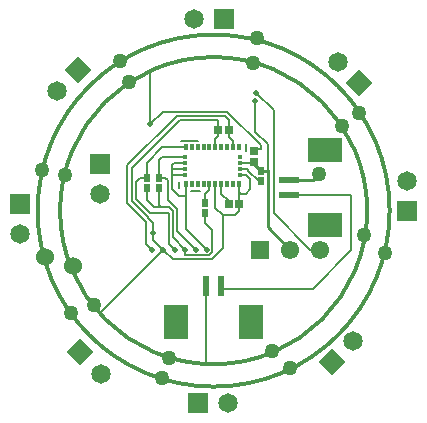
<source format=gbl>
G04 Layer_Physical_Order=2*
G04 Layer_Color=11436288*
%FSLAX25Y25*%
%MOIN*%
G70*
G01*
G75*
%ADD21R,0.02677X0.02520*%
%ADD22C,0.00787*%
%ADD23C,0.01000*%
%ADD24C,0.06000*%
%ADD25C,0.06500*%
%ADD26P,0.09192X4X270.0*%
%ADD27R,0.06500X0.06500*%
%ADD28P,0.09192X4X360.0*%
%ADD29R,0.06500X0.06500*%
%ADD30R,0.06102X0.06102*%
%ADD31C,0.06102*%
%ADD32C,0.02000*%
%ADD33C,0.05000*%
%ADD34C,0.01394*%
%ADD35R,0.11811X0.08268*%
%ADD36R,0.07087X0.02362*%
%ADD37R,0.08268X0.11811*%
%ADD38R,0.02362X0.07087*%
%ADD39R,0.01181X0.02067*%
%ADD40R,0.01673X0.01181*%
%ADD41R,0.02362X0.02559*%
%ADD42R,0.02520X0.02677*%
D21*
X296890Y341831D02*
D03*
X300354D02*
D03*
X303701Y317323D02*
D03*
X300236D02*
D03*
D22*
X273484Y312625D02*
X275197Y310912D01*
Y305118D02*
Y310912D01*
Y305118D02*
X278346Y301969D01*
X270768Y325886D02*
X273031D01*
Y318504D02*
X275394Y316142D01*
X279134Y325886D02*
X279921Y325098D01*
X292520Y317421D02*
Y320472D01*
X287795Y321457D02*
X290650D01*
X295866Y338779D02*
X296890Y339803D01*
Y341831D01*
X300354Y339606D02*
Y341831D01*
Y345315D01*
X296890Y341831D02*
Y344744D01*
X296386Y345248D02*
X296890Y344744D01*
X297835Y320669D02*
X300236Y318268D01*
Y317323D02*
Y318268D01*
X306004Y334744D02*
Y337205D01*
X303986Y326969D02*
X306102D01*
X307480Y325590D01*
X303986Y328937D02*
X306890D01*
X304331Y320472D02*
X305906D01*
X303740Y321063D02*
X304331Y320472D01*
X303740Y314862D02*
Y321063D01*
X277067Y327165D02*
Y331791D01*
Y316732D02*
Y322539D01*
X273031Y318504D02*
Y322539D01*
X281496Y330315D02*
X282087Y330906D01*
X281496Y322047D02*
X283858Y319685D01*
X283760Y322342D02*
Y324508D01*
X279921Y318589D02*
Y325098D01*
X292520Y310728D02*
Y314075D01*
X295866Y336073D02*
Y338779D01*
X299083Y346587D02*
X300354Y345315D01*
X297835Y320669D02*
Y323770D01*
X295866Y315945D02*
Y323770D01*
Y315945D02*
X298425Y313386D01*
X305906Y320472D02*
X307480Y322047D01*
X303740Y321063D02*
Y323770D01*
X302264Y313386D02*
X303740Y314862D01*
X307480Y322047D02*
Y325590D01*
X266555Y317661D02*
Y330236D01*
X267972Y318248D02*
Y329291D01*
X273031Y325886D02*
Y331004D01*
X281496Y322047D02*
Y330315D01*
X282087Y330906D02*
X285778D01*
X278150Y332874D02*
X285778D01*
X278100Y336073D02*
X286024D01*
X277067Y331791D02*
X278150Y332874D01*
X273031Y331004D02*
X278100Y336073D01*
X281496Y326969D02*
X285778D01*
X281496Y328937D02*
X285778D01*
X277067Y325886D02*
X279134D01*
X269390Y324508D02*
X270768Y325886D01*
X283858Y319685D02*
X286024D01*
X277658Y316142D02*
X280476D01*
X277067Y316732D02*
X277658Y316142D01*
X275394D02*
X277658D01*
X292520Y310728D02*
X294858Y308390D01*
X298425Y313386D02*
X302264D01*
X267972Y329291D02*
X283929Y345248D01*
X266555Y330236D02*
X282906Y346587D01*
X286024Y319685D02*
Y323770D01*
X274114Y314272D02*
X280342D01*
X269390Y318996D02*
Y324508D01*
Y318996D02*
X274114Y314272D01*
X267972Y318248D02*
X273484Y312736D01*
X266555Y317661D02*
X272897Y311319D01*
X301772Y336073D02*
Y338189D01*
X300354Y339606D02*
X301772Y338189D01*
X293898Y321850D02*
Y323770D01*
X292520Y320472D02*
X293898Y321850D01*
X282906Y346587D02*
X299083D01*
X283929Y345248D02*
X296386D01*
X284547Y338287D02*
X290158D01*
X278240Y347925D02*
X299870D01*
X274213Y343898D02*
X278240Y347925D01*
X272897Y303874D02*
Y311319D01*
Y303874D02*
X274803Y301969D01*
X273484Y312625D02*
Y312736D01*
X280342Y303910D02*
Y314272D01*
Y303910D02*
X282283Y301969D01*
X280476Y316030D02*
Y316142D01*
Y316030D02*
X281680Y314826D01*
Y306115D02*
Y314826D01*
Y306115D02*
X285827Y301969D01*
X279921Y318589D02*
X283019Y315492D01*
Y308320D02*
Y315492D01*
Y308320D02*
X289370Y301969D01*
X286024Y308858D02*
Y319685D01*
Y308858D02*
X292913Y301969D01*
X294858Y301163D02*
Y308390D01*
X293719Y300024D02*
X294858Y301163D01*
X285850Y300024D02*
X293719D01*
X285827Y300047D02*
X285850Y300024D01*
X285827Y300047D02*
Y301969D01*
X298425Y302362D02*
Y313386D01*
X294748Y298685D02*
X298425Y302362D01*
X281630Y298685D02*
X294748D01*
X306890Y328150D02*
Y328937D01*
Y328150D02*
X310335Y324705D01*
X303986Y330906D02*
X308661D01*
X309055Y341339D02*
Y351417D01*
Y341339D02*
X313386Y337008D01*
Y328346D02*
Y337008D01*
X309213Y335591D02*
X310945D01*
X299870Y347925D02*
X310945Y336850D01*
Y335591D02*
Y336850D01*
X309449Y354331D02*
X315354Y348425D01*
Y314173D02*
Y348425D01*
Y314173D02*
X327559Y301969D01*
X330866D01*
X320472Y320276D02*
X341142D01*
Y301772D02*
Y320276D01*
X328346Y288976D02*
X341142Y301772D01*
X298425Y288976D02*
X328346D01*
X292717Y264059D02*
Y289764D01*
X257351Y280973D02*
X278346Y301969D01*
Y301969D01*
X281630Y298685D01*
X274213Y343898D02*
Y361265D01*
D23*
X313386Y309449D02*
X320866Y301969D01*
X313386Y309449D02*
Y328346D01*
X308661Y330413D02*
X311024Y328051D01*
X308661Y330413D02*
Y330906D01*
Y331339D01*
X311024Y328051D02*
X313090D01*
X320472Y325197D02*
X328346D01*
X330315Y327165D01*
D24*
X238976Y299606D02*
D03*
X248425Y296457D02*
D03*
D25*
X242921Y354732D02*
D03*
X230709Y307205D02*
D03*
X257866Y260638D02*
D03*
X300000Y250787D02*
D03*
X341724Y271646D02*
D03*
X359842Y324685D02*
D03*
X336622Y364559D02*
D03*
X288701Y378740D02*
D03*
X257480Y320590D02*
D03*
D26*
X249992Y361803D02*
D03*
X334653Y264575D02*
D03*
D27*
X230709Y317205D02*
D03*
X359842Y314685D02*
D03*
X257480Y330591D02*
D03*
D28*
X250795Y267709D02*
D03*
X343693Y357488D02*
D03*
D29*
X290000Y250787D02*
D03*
X298701Y378740D02*
D03*
D30*
X310866Y301969D02*
D03*
D31*
X320866D02*
D03*
X330866D02*
D03*
D32*
X275197Y307480D02*
D03*
X274213Y343898D02*
D03*
X274803Y301969D02*
D03*
X278346D02*
D03*
X292913D02*
D03*
X282283D02*
D03*
X285827D02*
D03*
X289370D02*
D03*
X309449Y354331D02*
D03*
X309055Y351417D02*
D03*
D33*
X338189Y343307D02*
D03*
X264173Y364961D02*
D03*
X266929Y357874D02*
D03*
X238189Y328346D02*
D03*
X245669Y326772D02*
D03*
X247638Y280709D02*
D03*
X255512Y283465D02*
D03*
X280433Y265748D02*
D03*
X314567Y268110D02*
D03*
X320866Y262598D02*
D03*
X352362Y300787D02*
D03*
X278071Y259055D02*
D03*
X345276Y306693D02*
D03*
X343693Y347646D02*
D03*
X309842Y372441D02*
D03*
X308268Y364173D02*
D03*
X330315Y327165D02*
D03*
D34*
X346457Y314961D02*
G03*
X346457Y314961I-51181J0D01*
G01*
X353937D02*
G03*
X353937Y314961I-58661J0D01*
G01*
D35*
X332283Y335236D02*
D03*
Y310236D02*
D03*
D36*
X320472Y320276D02*
D03*
Y325197D02*
D03*
D37*
X307677Y277953D02*
D03*
X282677D02*
D03*
D38*
X292717Y289764D02*
D03*
X297638D02*
D03*
D39*
X303740Y336073D02*
D03*
X301772D02*
D03*
X299803D02*
D03*
X297835D02*
D03*
X295866D02*
D03*
X293898D02*
D03*
X291929D02*
D03*
X289961D02*
D03*
X287992D02*
D03*
X286024D02*
D03*
Y323770D02*
D03*
X287992D02*
D03*
X289961D02*
D03*
X291929D02*
D03*
X293898D02*
D03*
X295866D02*
D03*
X297835D02*
D03*
X299803D02*
D03*
X301772D02*
D03*
X303740D02*
D03*
D40*
X303986Y326969D02*
D03*
Y328937D02*
D03*
Y330906D02*
D03*
Y332874D02*
D03*
X285778Y326969D02*
D03*
Y328937D02*
D03*
Y330906D02*
D03*
Y332874D02*
D03*
D41*
X273031Y322539D02*
D03*
Y325886D02*
D03*
X277067Y322539D02*
D03*
Y325886D02*
D03*
X292520Y314075D02*
D03*
Y317421D02*
D03*
X311024Y328051D02*
D03*
Y324705D02*
D03*
D42*
X308661Y334803D02*
D03*
Y331339D02*
D03*
M02*

</source>
